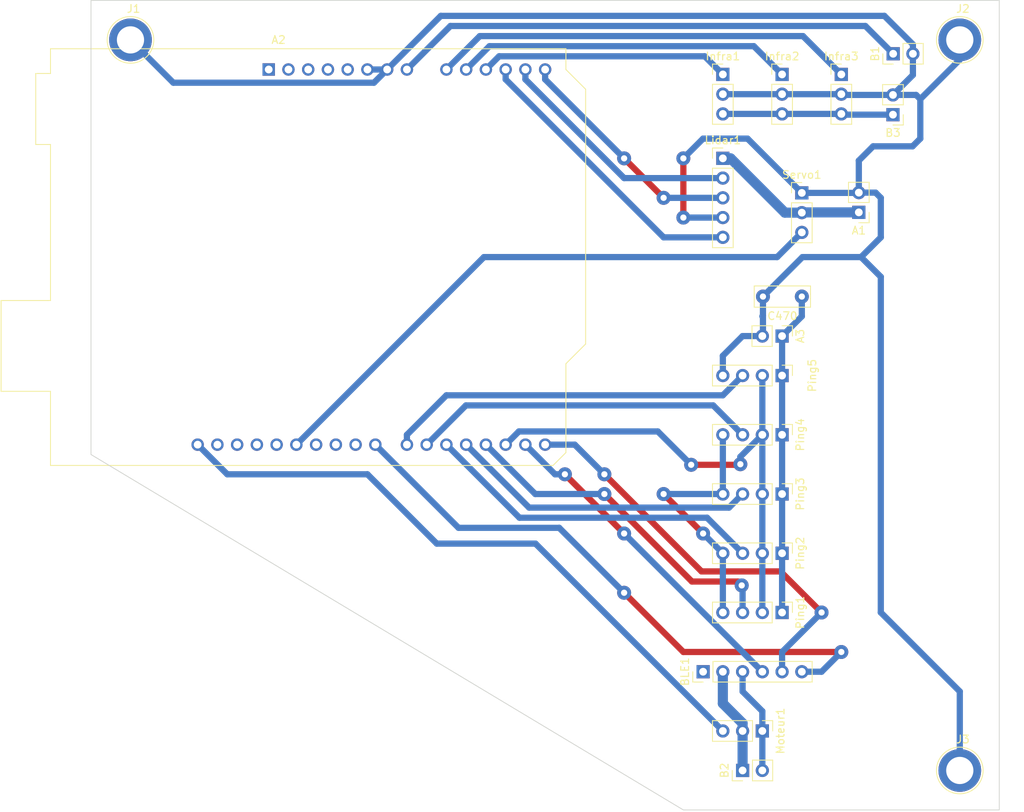
<source format=kicad_pcb>
(kicad_pcb (version 20211014) (generator pcbnew)
  (layers (0 "F.Cu" signal) (31 "B.Cu" signal) (34 "B.Paste" user) (35 "F.Paste" user) (36 "B.SilkS" user "B.Silkscreen") (37 "F.SilkS" user "F.Silkscreen") (38 "B.Mask" user) (39 "F.Mask" user) (44 "Edge.Cuts" user))
  (net 0 "")
  (net 6 "GND")
  (net 7 "/5V_Carte")
  (net 8 "/I1_PA0")
  (net 9 "/I2_PF10")
  (net 10 "/I3_PF9")
  (net 11 "/PWM_Lidar_PF8")
  (net 12 "/TX_Lidar_PF7")
  (net 13 "/RX_Lidar_PF6")
  (net 14 "/RX_BLE_PC7")
  (net 15 "/TX_BLE_PC6")
  (net 16 "/P1_PG6")
  (net 17 "/P2_PB4")
  (net 18 "/P3_PG7")
  (net 19 "/P4_PI0")
  (net 20 "/P5_PH6")
  (net 21 "/Trig_Cmd_PI_3")
  (net 22 "/STATE_BLE_PI2")
  (net 26 "/Servo_Cmd_PB14")
  (net 30 "/M_Cmd_PB8")
  (net 31 "/5V_LID{slash}SRVO")
  (net 32 "/5V_BLE{slash}MOT")
  (net 34 "/5V_PNG")
  (net 35 "/5V_INF")
  (footprint "FootprintGamelGe2:C_Rect_L7.0mm_W2.5mm_P5.00mm" (layer "F.Cu") (at 200.66 88.9 180)
    (fp_text reference "C470" (at 2.5 -2.5) (layer "F.SilkS"))
    (fp_text value "C")
    (fp_line (start -1.12 1.37) (end 6.12 1.37) (layer "F.SilkS") (width 0.12))
    (fp_line (start 6.12 -1.37) (end 6.12 1.37) (layer "F.SilkS") (width 0.12))
    (fp_line (start -1.12 -1.37) (end 6.12 -1.37) (layer "F.SilkS") (width 0.12))
    (fp_line (start -1.12 -1.37) (end -1.12 1.37) (layer "F.SilkS") (width 0.12))
    (pad "1" thru_hole circle locked (at 0 0 180) (size 1.8 1.8) (drill 0.8) (layers *.Cu *.Mask) (net 34 "/5V_PNG"))
    (pad "2" thru_hole circle locked (at 5 0 180) (size 1.8 1.8) (drill 0.8) (layers *.Cu *.Mask) (net 6 "GND"))
  )
  (footprint "Connector_PinHeader_2.54mm:PinHeader_1x02_P2.54mm_Vertical" (layer "F.Cu") (at 193.04 149.86 90)
    (fp_text reference "B2" (at 0 -2.33 90) (layer "F.SilkS"))
    (fp_text value "Conn_01x02" hide)
    (fp_line (start 1.33 1.27) (end 1.33 3.87) (layer "F.SilkS") (width 0.12))
    (fp_line (start -1.33 3.87) (end 1.33 3.87) (layer "F.SilkS") (width 0.12))
    (fp_line (start -1.33 1.27) (end 1.33 1.27) (layer "F.SilkS") (width 0.12))
    (fp_line (start -1.33 0) (end -1.33 -1.33) (layer "F.SilkS") (width 0.12))
    (fp_line (start -1.33 1.27) (end -1.33 3.87) (layer "F.SilkS") (width 0.12))
    (fp_line (start -1.33 -1.33) (end 0 -1.33) (layer "F.SilkS") (width 0.12))
    (pad "1" thru_hole rect (at 0 0 90) (size 1.7 1.7) (drill 1) (layers *.Cu *.Mask) (net 32 "/5V_BLE{slash}MOT"))
    (pad "2" thru_hole oval (at 0 2.54 90) (size 1.7 1.7) (drill 1) (layers *.Cu *.Mask) (net 6 "GND"))
  )
  (footprint "Connector_PinHeader_2.54mm:PinHeader_1x02_P2.54mm_Vertical" (layer "F.Cu") (at 198.12 93.98 -90)
    (fp_text reference "A3" (at 0 -2.33 90) (layer "F.SilkS"))
    (fp_text value "Conn_01x02" hide)
    (fp_line (start -1.33 0) (end -1.33 -1.33) (layer "F.SilkS") (width 0.12))
    (fp_line (start -1.33 1.27) (end 1.33 1.27) (layer "F.SilkS") (width 0.12))
    (fp_line (start -1.33 3.87) (end 1.33 3.87) (layer "F.SilkS") (width 0.12))
    (fp_line (start -1.33 1.27) (end -1.33 3.87) (layer "F.SilkS") (width 0.12))
    (fp_line (start 1.33 1.27) (end 1.33 3.87) (layer "F.SilkS") (width 0.12))
    (fp_line (start -1.33 -1.33) (end 0 -1.33) (layer "F.SilkS") (width 0.12))
    (pad "1" thru_hole rect (at 0 0 270) (size 1.7 1.7) (drill 1) (layers *.Cu *.Mask) (net 34 "/5V_PNG"))
    (pad "2" thru_hole oval (at 0 2.54 270) (size 1.7 1.7) (drill 1) (layers *.Cu *.Mask) (net 6 "GND"))
  )
  (footprint "Connector_PinHeader_2.54mm:PinHeader_1x04_P2.54mm_Vertical" (layer "F.Cu") (at 198.12 121.92 -90)
    (fp_text reference "Ping2" (at 0 -2.33 90) (layer "F.SilkS"))
    (fp_text value "Conn_01x04" hide)
    (fp_line (start -1.33 -1.33) (end 0 -1.33) (layer "F.SilkS") (width 0.12))
    (fp_line (start -1.33 1.27) (end -1.33 8.95) (layer "F.SilkS") (width 0.12))
    (fp_line (start -1.33 0) (end -1.33 -1.33) (layer "F.SilkS") (width 0.12))
    (fp_line (start -1.33 1.27) (end 1.33 1.27) (layer "F.SilkS") (width 0.12))
    (fp_line (start 1.33 1.27) (end 1.33 8.95) (layer "F.SilkS") (width 0.12))
    (fp_line (start -1.33 8.95) (end 1.33 8.95) (layer "F.SilkS") (width 0.12))
    (pad "1" thru_hole rect (at 0 0 270) (size 1.7 1.7) (drill 1) (layers *.Cu *.Mask) (net 34 "/5V_PNG"))
    (pad "2" thru_hole oval (at 0 2.54 270) (size 1.7 1.7) (drill 1) (layers *.Cu *.Mask) (net 21 "/Trig_Cmd_PI_3"))
    (pad "3" thru_hole oval (at 0 5.08 270) (size 1.7 1.7) (drill 1) (layers *.Cu *.Mask) (net 17 "/P2_PB4"))
    (pad "4" thru_hole oval (at 0 7.62 270) (size 1.7 1.7) (drill 1) (layers *.Cu *.Mask) (net 6 "GND"))
  )
  (footprint "Connector_PinHeader_2.54mm:PinHeader_1x03_P2.54mm_Vertical" (layer "F.Cu") (at 205.74 60.325)
    (fp_text reference locked "Infra3" (at 0 -2.33) (layer "F.SilkS"))
    (fp_text value "Conn_01x03" hide)
    (fp_line (start -1.33 6.41) (end 1.33 6.41) (layer "F.SilkS") (width 0.12))
    (fp_line (start -1.33 -1.33) (end 0 -1.33) (layer "F.SilkS") (width 0.12))
    (fp_line (start -1.33 0) (end -1.33 -1.33) (layer "F.SilkS") (width 0.12))
    (fp_line (start 1.33 1.27) (end 1.33 6.41) (layer "F.SilkS") (width 0.12))
    (fp_line (start -1.33 1.27) (end -1.33 6.41) (layer "F.SilkS") (width 0.12))
    (fp_line (start -1.33 1.27) (end 1.33 1.27) (layer "F.SilkS") (width 0.12))
    (pad "1" thru_hole rect (at 0 0) (size 1.7 1.7) (drill 1) (layers *.Cu *.Mask) (net 10 "/I3_PF9"))
    (pad "2" thru_hole oval (at 0 2.54) (size 1.7 1.7) (drill 1) (layers *.Cu *.Mask) (net 6 "GND"))
    (pad "3" thru_hole oval (at 0 5.08) (size 1.7 1.7) (drill 1) (layers *.Cu *.Mask) (net 35 "/5V_INF"))
  )
  (footprint "FootprintGamelGe2:Mouting_Screw_3mm" (layer "F.Cu") (at 114.3 55.88)
    (fp_text reference "J1" (at 0.4 -4) (layer "F.SilkS"))
    (fp_text value "Mouting_Screw_3mm")
    (fp_circle (center 0 0) (end 3 0) (layer "F.SilkS") (width 0.12) (fill none))
    (pad "1" thru_hole circle locked (at 0 0) (size 5.5 5.5) (drill 3.5) (layers *.Cu *.Mask) (net 6 "GND"))
  )
  (footprint "Connector_PinHeader_2.54mm:PinHeader_1x06_P2.54mm_Vertical" (layer "F.Cu") (at 187.96 137.16 90)
    (fp_text reference "BLE1" (at 0 -2.33 90) (layer "F.SilkS"))
    (fp_text value "Conn_01x06" hide)
    (fp_line (start -1.33 -1.33) (end 0 -1.33) (layer "F.SilkS") (width 0.12))
    (fp_line (start -1.33 1.27) (end -1.33 14.03) (layer "F.SilkS") (width 0.12))
    (fp_line (start -1.33 0) (end -1.33 -1.33) (layer "F.SilkS") (width 0.12))
    (fp_line (start -1.33 14.03) (end 1.33 14.03) (layer "F.SilkS") (width 0.12))
    (fp_line (start -1.33 1.27) (end 1.33 1.27) (layer "F.SilkS") (width 0.12))
    (fp_line (start 1.33 1.27) (end 1.33 14.03) (layer "F.SilkS") (width 0.12))
    (pad "1" thru_hole rect (at 0 0 90) (size 1.7 1.7) (drill 1) (layers *.Cu *.Mask))
    (pad "2" thru_hole oval (at 0 2.54 90) (size 1.7 1.7) (drill 1) (layers *.Cu *.Mask) (net 32 "/5V_BLE{slash}MOT"))
    (pad "3" thru_hole oval (at 0 5.08 90) (size 1.7 1.7) (drill 1) (layers *.Cu *.Mask) (net 6 "GND"))
    (pad "4" thru_hole oval (at 0 7.62 90) (size 1.7 1.7) (drill 1) (layers *.Cu *.Mask) (net 15 "/TX_BLE_PC6"))
    (pad "5" thru_hole oval (at 0 10.16 90) (size 1.7 1.7) (drill 1) (layers *.Cu *.Mask) (net 14 "/RX_BLE_PC7"))
    (pad "6" thru_hole oval (at 0 12.7 90) (size 1.7 1.7) (drill 1) (layers *.Cu *.Mask) (net 22 "/STATE_BLE_PI2"))
  )
  (footprint "Connector_PinHeader_2.54mm:PinHeader_1x04_P2.54mm_Vertical" (layer "F.Cu") (at 198.12 129.54 -90)
    (fp_text reference "Ping1" (at 0 -2.33 90) (layer "F.SilkS"))
    (fp_text value "Conn_01x04" hide)
    (fp_line (start -1.33 -1.33) (end 0 -1.33) (layer "F.SilkS") (width 0.12))
    (fp_line (start 1.33 1.27) (end 1.33 8.95) (layer "F.SilkS") (width 0.12))
    (fp_line (start -1.33 0) (end -1.33 -1.33) (layer "F.SilkS") (width 0.12))
    (fp_line (start -1.33 8.95) (end 1.33 8.95) (layer "F.SilkS") (width 0.12))
    (fp_line (start -1.33 1.27) (end -1.33 8.95) (layer "F.SilkS") (width 0.12))
    (fp_line (start -1.33 1.27) (end 1.33 1.27) (layer "F.SilkS") (width 0.12))
    (pad "1" thru_hole rect (at 0 0 270) (size 1.7 1.7) (drill 1) (layers *.Cu *.Mask) (net 34 "/5V_PNG"))
    (pad "2" thru_hole oval (at 0 2.54 270) (size 1.7 1.7) (drill 1) (layers *.Cu *.Mask) (net 21 "/Trig_Cmd_PI_3"))
    (pad "3" thru_hole oval (at 0 5.08 270) (size 1.7 1.7) (drill 1) (layers *.Cu *.Mask) (net 16 "/P1_PG6"))
    (pad "4" thru_hole oval (at 0 7.62 270) (size 1.7 1.7) (drill 1) (layers *.Cu *.Mask) (net 6 "GND"))
  )
  (footprint "Connector_PinHeader_2.54mm:PinHeader_1x02_P2.54mm_Vertical" (layer "F.Cu") (at 212.40985 57.667361 90)
    (fp_text reference "B1" (at 0 -2.33 90) (layer "F.SilkS"))
    (fp_text value "Conn_01x02" hide)
    (fp_line (start -1.33 1.27) (end 1.33 1.27) (layer "F.SilkS") (width 0.12))
    (fp_line (start -1.33 1.27) (end -1.33 3.87) (layer "F.SilkS") (width 0.12))
    (fp_line (start -1.33 0) (end -1.33 -1.33) (layer "F.SilkS") (width 0.12))
    (fp_line (start -1.33 3.87) (end 1.33 3.87) (layer "F.SilkS") (width 0.12))
    (fp_line (start -1.33 -1.33) (end 0 -1.33) (layer "F.SilkS") (width 0.12))
    (fp_line (start 1.33 1.27) (end 1.33 3.87) (layer "F.SilkS") (width 0.12))
    (pad "1" thru_hole rect (at 0 0 90) (size 1.7 1.7) (drill 1) (layers *.Cu *.Mask) (net 7 "/5V_Carte"))
    (pad "2" thru_hole oval (at 0 2.54 90) (size 1.7 1.7) (drill 1) (layers *.Cu *.Mask) (net 6 "GND"))
  )
  (footprint "Module:Arduino_UNO_R3" (layer "F.Cu") (at 132.08 59.69)
    (fp_text reference "A2" (at 1.27 -3.81 180) (layer "F.SilkS"))
    (fp_text value "Arduino_UNO_R3")
    (fp_line (start 40.77 35.31) (end 40.77 2.54) (layer "F.SilkS") (width 0.12))
    (fp_line (start -29.97 9.65) (end -28.07 9.65) (layer "F.SilkS") (width 0.12))
    (fp_line (start 38.23 49.28) (end 38.23 37.85) (layer "F.SilkS") (width 0.12))
    (fp_line (start -34.42 29.72) (end -34.42 41.4) (layer "F.SilkS") (width 0.12))
    (fp_line (start -28.07 9.65) (end -28.07 29.72) (layer "F.SilkS") (width 0.12))
    (fp_line (start 38.23 37.85) (end 40.77 35.31) (layer "F.SilkS") (width 0.12))
    (fp_line (start -34.42 41.4) (end -28.07 41.4) (layer "F.SilkS") (width 0.12))
    (fp_line (start -28.07 0.51) (end -29.97 0.51) (layer "F.SilkS") (width 0.12))
    (fp_line (start -28.07 50.93) (end 36.58 50.93) (layer "F.SilkS") (width 0.12))
    (fp_line (start -28.07 -2.67) (end -28.07 0.51) (layer "F.SilkS") (width 0.12))
    (fp_line (start 38.23 0) (end 38.23 -2.67) (layer "F.SilkS") (width 0.12))
    (fp_line (start -28.07 41.4) (end -28.07 50.93) (layer "F.SilkS") (width 0.12))
    (fp_line (start 38.23 -2.67) (end -28.07 -2.67) (layer "F.SilkS") (width 0.12))
    (fp_line (start 36.58 50.93) (end 38.23 49.28) (layer "F.SilkS") (width 0.12))
    (fp_line (start -29.97 0.51) (end -29.97 9.65) (layer "F.SilkS") (width 0.12))
    (fp_line (start 40.77 2.54) (end 38.23 0) (layer "F.SilkS") (width 0.12))
    (fp_line (start -28.07 29.72) (end -34.42 29.72) (layer "F.SilkS") (width 0.12))
    (pad "1" thru_hole rect (at 0 0 90) (size 1.6 1.6) (drill 1) (layers *.Cu *.Mask))
    (pad "2" thru_hole oval (at 2.54 0 90) (size 1.6 1.6) (drill 1) (layers *.Cu *.Mask))
    (pad "3" thru_hole oval (at 5.08 0 90) (size 1.6 1.6) (drill 1) (layers *.Cu *.Mask))
    (pad "4" thru_hole oval (at 7.62 0 90) (size 1.6 1.6) (drill 1) (layers *.Cu *.Mask))
    (pad "5" thru_hole oval (at 10.16 0 90) (size 1.6 1.6) (drill 1) (layers *.Cu *.Mask))
    (pad "6" thru_hole oval (at 12.7 0 90) (size 1.6 1.6) (drill 1) (layers *.Cu *.Mask) (net 6 "GND"))
    (pad "7" thru_hole oval (at 15.24 0 90) (size 1.6 1.6) (drill 1) (layers *.Cu *.Mask) (net 6 "GND"))
    (pad "8" thru_hole oval (at 17.78 0 90) (size 1.6 1.6) (drill 1) (layers *.Cu *.Mask) (net 7 "/5V_Carte"))
    (pad "9" thru_hole oval (at 22.86 0 90) (size 1.6 1.6) (drill 1) (layers *.Cu *.Mask) (net 10 "/I3_PF9"))
    (pad "10" thru_hole oval (at 25.4 0 90) (size 1.6 1.6) (drill 1) (layers *.Cu *.Mask) (net 9 "/I2_PF10"))
    (pad "11" thru_hole oval (at 27.94 0 90) (size 1.6 1.6) (drill 1) (layers *.Cu *.Mask) (net 8 "/I1_PA0"))
    (pad "12" thru_hole oval (at 30.48 0 90) (size 1.6 1.6) (drill 1) (layers *.Cu *.Mask) (net 11 "/PWM_Lidar_PF8"))
    (pad "13" thru_hole oval (at 33.02 0 90) (size 1.6 1.6) (drill 1) (layers *.Cu *.Mask) (net 12 "/TX_Lidar_PF7"))
    (pad "14" thru_hole oval (at 35.56 0 90) (size 1.6 1.6) (drill 1) (layers *.Cu *.Mask) (net 13 "/RX_Lidar_PF6"))
    (pad "15" thru_hole oval (at 35.56 48.26 90) (size 1.6 1.6) (drill 1) (layers *.Cu *.Mask) (net 14 "/RX_BLE_PC7"))
    (pad "16" thru_hole oval (at 33.02 48.26 90) (size 1.6 1.6) (drill 1) (layers *.Cu *.Mask) (net 15 "/TX_BLE_PC6"))
    (pad "17" thru_hole oval (at 30.48 48.26 90) (size 1.6 1.6) (drill 1) (layers *.Cu *.Mask) (net 21 "/Trig_Cmd_PI_3"))
    (pad "18" thru_hole oval (at 27.94 48.26 90) (size 1.6 1.6) (drill 1) (layers *.Cu *.Mask) (net 16 "/P1_PG6"))
    (pad "19" thru_hole oval (at 25.4 48.26 90) (size 1.6 1.6) (drill 1) (layers *.Cu *.Mask) (net 18 "/P3_PG7"))
    (pad "20" thru_hole oval (at 22.86 48.26 90) (size 1.6 1.6) (drill 1) (layers *.Cu *.Mask) (net 17 "/P2_PB4"))
    (pad "21" thru_hole oval (at 20.32 48.26 90) (size 1.6 1.6) (drill 1) (layers *.Cu *.Mask) (net 19 "/P4_PI0"))
    (pad "22" thru_hole oval (at 17.78 48.26 90) (size 1.6 1.6) (drill 1) (layers *.Cu *.Mask) (net 20 "/P5_PH6"))
    (pad "23" thru_hole oval (at 13.72 48.26 90) (size 1.6 1.6) (drill 1) (layers *.Cu *.Mask) (net 22 "/STATE_BLE_PI2"))
    (pad "24" thru_hole oval (at 11.18 48.26 90) (size 1.6 1.6) (drill 1) (layers *.Cu *.Mask))
    (pad "25" thru_hole oval (at 8.64 48.26 90) (size 1.6 1.6) (drill 1) (layers *.Cu *.Mask))
    (pad "26" thru_hole oval (at 6.1 48.26 90) (size 1.6 1.6) (drill 1) (layers *.Cu *.Mask))
    (pad "27" thru_hole oval (at 3.56 48.26 90) (size 1.6 1.6) (drill 1) (layers *.Cu *.Mask) (net 26 "/Servo_Cmd_PB14"))
    (pad "28" thru_hole oval (at 1.02 48.26 90) (size 1.6 1.6) (drill 1) (layers *.Cu *.Mask))
    (pad "29" thru_hole oval (at -1.52 48.26 90) (size 1.6 1.6) (drill 1) (layers *.Cu *.Mask))
    (pad "30" thru_hole oval (at -4.06 48.26 90) (size 1.6 1.6) (drill 1) (layers *.Cu *.Mask))
    (pad "31" thru_hole oval (at -6.6 48.26 90) (size 1.6 1.6) (drill 1) (layers *.Cu *.Mask))
    (pad "32" thru_hole oval (at -9.14 48.26 90) (size 1.6 1.6) (drill 1) (layers *.Cu *.Mask) (net 30 "/M_Cmd_PB8"))
  )
  (footprint "Connector_PinHeader_2.54mm:PinHeader_1x03_P2.54mm_Vertical" (layer "F.Cu") (at 195.58 144.78 -90)
    (fp_text reference "Moteur1" (at 0 -2.33 90) (layer "F.SilkS"))
    (fp_text value "Conn_01x03" hide)
    (fp_line (start -1.33 0) (end -1.33 -1.33) (layer "F.SilkS") (width 0.12))
    (fp_line (start -1.33 1.27) (end 1.33 1.27) (layer "F.SilkS") (width 0.12))
    (fp_line (start -1.33 -1.33) (end 0 -1.33) (layer "F.SilkS") (width 0.12))
    (fp_line (start -1.33 6.41) (end 1.33 6.41) (layer "F.SilkS") (width 0.12))
    (fp_line (start -1.33 1.27) (end -1.33 6.41) (layer "F.SilkS") (width 0.12))
    (fp_line (start 1.33 1.27) (end 1.33 6.41) (layer "F.SilkS") (width 0.12))
    (pad "1" thru_hole rect (at 0 0 270) (size 1.7 1.7) (drill 1) (layers *.Cu *.Mask) (net 6 "GND"))
    (pad "2" thru_hole oval (at 0 2.54 270) (size 1.7 1.7) (drill 1) (layers *.Cu *.Mask) (net 32 "/5V_BLE{slash}MOT"))
    (pad "3" thru_hole oval (at 0 5.08 270) (size 1.7 1.7) (drill 1) (layers *.Cu *.Mask) (net 30 "/M_Cmd_PB8"))
  )
  (footprint "FootprintGamelGe2:Mouting_Screw_3mm" (layer "F.Cu") (at 220.98 55.88)
    (fp_text reference "J2" (at 0.4 -4) (layer "F.SilkS"))
    (fp_text value "Mouting_Screw_3mm")
    (fp_circle (center 0 0) (end 3 0) (layer "F.SilkS") (width 0.12) (fill none))
    (pad "1" thru_hole circle locked (at 0 0) (size 5.5 5.5) (drill 3.5) (layers *.Cu *.Mask) (net 6 "GND"))
  )
  (footprint "Connector_PinHeader_2.54mm:PinHeader_1x02_P2.54mm_Vertical" (layer "F.Cu") (at 212.38252 65.501284 180)
    (fp_text reference "B3" (at 0 -2.33) (layer "F.SilkS"))
    (fp_text value "Conn_01x02" hide)
    (fp_line (start -1.33 0) (end -1.33 -1.33) (layer "F.SilkS") (width 0.12))
    (fp_line (start -1.33 1.27) (end -1.33 3.87) (layer "F.SilkS") (width 0.12))
    (fp_line (start -1.33 1.27) (end 1.33 1.27) (layer "F.SilkS") (width 0.12))
    (fp_line (start -1.33 -1.33) (end 0 -1.33) (layer "F.SilkS") (width 0.12))
    (fp_line (start 1.33 1.27) (end 1.33 3.87) (layer "F.SilkS") (width 0.12))
    (fp_line (start -1.33 3.87) (end 1.33 3.87) (layer "F.SilkS") (width 0.12))
    (pad "1" thru_hole rect (at 0 0 180) (size 1.7 1.7) (drill 1) (layers *.Cu *.Mask) (net 35 "/5V_INF"))
    (pad "2" thru_hole oval (at 0 2.54 180) (size 1.7 1.7) (drill 1) (layers *.Cu *.Mask) (net 6 "GND"))
  )
  (footprint "Connector_PinHeader_2.54mm:PinHeader_1x03_P2.54mm_Vertical" (layer "F.Cu") (at 200.66 75.565)
    (fp_text reference "Servo1" (at 0 -2.33) (layer "F.SilkS"))
    (fp_text value "Conn_01x03" hide)
    (fp_line (start -1.33 -1.33) (end 0 -1.33) (layer "F.SilkS") (width 0.12))
    (fp_line (start -1.33 1.27) (end 1.33 1.27) (layer "F.SilkS") (width 0.12))
    (fp_line (start 1.33 1.27) (end 1.33 6.41) (layer "F.SilkS") (width 0.12))
    (fp_line (start -1.33 0) (end -1.33 -1.33) (layer "F.SilkS") (width 0.12))
    (fp_line (start -1.33 6.41) (end 1.33 6.41) (layer "F.SilkS") (width 0.12))
    (fp_line (start -1.33 1.27) (end -1.33 6.41) (layer "F.SilkS") (width 0.12))
    (pad "1" thru_hole rect (at 0 0) (size 1.7 1.7) (drill 1) (layers *.Cu *.Mask) (net 6 "GND"))
    (pad "2" thru_hole oval (at 0 2.54) (size 1.7 1.7) (drill 1) (layers *.Cu *.Mask) (net 31 "/5V_LID{slash}SRVO"))
    (pad "3" thru_hole oval (at 0 5.08) (size 1.7 1.7) (drill 1) (layers *.Cu *.Mask) (net 26 "/Servo_Cmd_PB14"))
  )
  (footprint "Connector_PinHeader_2.54mm:PinHeader_1x03_P2.54mm_Vertical" (layer "F.Cu") (at 190.5 60.325)
    (fp_text reference "Infra1" (at 0 -2.33) (layer "F.SilkS"))
    (fp_text value "Conn_01x03" hide)
    (fp_line (start -1.33 1.27) (end 1.33 1.27) (layer "F.SilkS") (width 0.12))
    (fp_line (start -1.33 6.41) (end 1.33 6.41) (layer "F.SilkS") (width 0.12))
    (fp_line (start -1.33 1.27) (end -1.33 6.41) (layer "F.SilkS") (width 0.12))
    (fp_line (start -1.33 0) (end -1.33 -1.33) (layer "F.SilkS") (width 0.12))
    (fp_line (start 1.33 1.27) (end 1.33 6.41) (layer "F.SilkS") (width 0.12))
    (fp_line (start -1.33 -1.33) (end 0 -1.33) (layer "F.SilkS") (width 0.12))
    (pad "1" thru_hole rect (at 0 0) (size 1.7 1.7) (drill 1) (layers *.Cu *.Mask) (net 8 "/I1_PA0"))
    (pad "2" thru_hole oval (at 0 2.54) (size 1.7 1.7) (drill 1) (layers *.Cu *.Mask) (net 6 "GND"))
    (pad "3" thru_hole oval (at 0 5.08) (size 1.7 1.7) (drill 1) (layers *.Cu *.Mask) (net 35 "/5V_INF"))
  )
  (footprint "FootprintGamelGe2:Mouting_Screw_3mm" (layer "F.Cu") (at 220.98 149.86)
    (fp_text reference "J3" (at 0.4 -4) (layer "F.SilkS"))
    (fp_text value "Mouting_Screw_3mm")
    (fp_circle (center 0 0) (end 3 0) (layer "F.SilkS") (width 0.12) (fill none))
    (pad "1" thru_hole circle locked (at 0 0) (size 5.5 5.5) (drill 3.5) (layers *.Cu *.Mask) (net 6 "GND"))
  )
  (footprint "Connector_PinHeader_2.54mm:PinHeader_1x04_P2.54mm_Vertical" (layer "F.Cu") (at 198.12 99.06 -90)
    (fp_text reference "Ping5" (at 0 -3.875693 90) (layer "F.SilkS"))
    (fp_text value "Conn_01x04" hide)
    (fp_line (start -1.33 0) (end -1.33 -1.33) (layer "F.SilkS") (width 0.12))
    (fp_line (start -1.33 1.27) (end 1.33 1.27) (layer "F.SilkS") (width 0.12))
    (fp_line (start -1.33 -1.33) (end 0 -1.33) (layer "F.SilkS") (width 0.12))
    (fp_line (start -1.33 8.95) (end 1.33 8.95) (layer "F.SilkS") (width 0.12))
    (fp_line (start 1.33 1.27) (end 1.33 8.95) (layer "F.SilkS") (width 0.12))
    (fp_line (start -1.33 1.27) (end -1.33 8.95) (layer "F.SilkS") (width 0.12))
    (pad "1" thru_hole rect (at 0 0 270) (size 1.7 1.7) (drill 1) (layers *.Cu *.Mask) (net 34 "/5V_PNG"))
    (pad "2" thru_hole oval (at 0 2.54 270) (size 1.7 1.7) (drill 1) (layers *.Cu *.Mask) (net 21 "/Trig_Cmd_PI_3"))
    (pad "3" thru_hole oval (at 0 5.08 270) (size 1.7 1.7) (drill 1) (layers *.Cu *.Mask) (net 20 "/P5_PH6"))
    (pad "4" thru_hole oval (at 0 7.62 270) (size 1.7 1.7) (drill 1) (layers *.Cu *.Mask) (net 6 "GND"))
  )
  (footprint "Connector_PinHeader_2.54mm:PinHeader_1x03_P2.54mm_Vertical" (layer "F.Cu") (at 198.12 60.325)
    (fp_text reference "Infra2" (at 0 -2.33) (layer "F.SilkS"))
    (fp_text value "Conn_01x03" hide)
    (fp_line (start -1.33 6.41) (end 1.33 6.41) (layer "F.SilkS") (width 0.12))
    (fp_line (start 1.33 1.27) (end 1.33 6.41) (layer "F.SilkS") (width 0.12))
    (fp_line (start -1.33 0) (end -1.33 -1.33) (layer "F.SilkS") (width 0.12))
    (fp_line (start -1.33 -1.33) (end 0 -1.33) (layer "F.SilkS") (width 0.12))
    (fp_line (start -1.33 1.27) (end 1.33 1.27) (layer "F.SilkS") (width 0.12))
    (fp_line (start -1.33 1.27) (end -1.33 6.41) (layer "F.SilkS") (width 0.12))
    (pad "1" thru_hole rect (at 0 0) (size 1.7 1.7) (drill 1) (layers *.Cu *.Mask) (net 9 "/I2_PF10"))
    (pad "2" thru_hole oval (at 0 2.54) (size 1.7 1.7) (drill 1) (layers *.Cu *.Mask) (net 6 "GND"))
    (pad "3" thru_hole oval (at 0 5.08) (size 1.7 1.7) (drill 1) (layers *.Cu *.Mask) (net 35 "/5V_INF"))
  )
  (footprint "Connector_PinHeader_2.54mm:PinHeader_1x04_P2.54mm_Vertical" (layer "F.Cu") (at 198.12 106.68 -90)
    (fp_text reference "Ping4" (at 0 -2.33 90) (layer "F.SilkS"))
    (fp_text value "Conn_01x04" hide)
    (fp_line (start -1.33 0) (end -1.33 -1.33) (layer "F.SilkS") (width 0.12))
    (fp_line (start -1.33 -1.33) (end 0 -1.33) (layer "F.SilkS") (width 0.12))
    (fp_line (start -1.33 1.27) (end -1.33 8.95) (layer "F.SilkS") (width 0.12))
    (fp_line (start -1.33 8.95) (end 1.33 8.95) (layer "F.SilkS") (width 0.12))
    (fp_line (start 1.33 1.27) (end 1.33 8.95) (layer "F.SilkS") (width 0.12))
    (fp_line (start -1.33 1.27) (end 1.33 1.27) (layer "F.SilkS") (width 0.12))
    (pad "1" thru_hole rect (at 0 0 270) (size 1.7 1.7) (drill 1) (layers *.Cu *.Mask) (net 34 "/5V_PNG"))
    (pad "2" thru_hole oval (at 0 2.54 270) (size 1.7 1.7) (drill 1) (layers *.Cu *.Mask) (net 21 "/Trig_Cmd_PI_3"))
    (pad "3" thru_hole oval (at 0 5.08 270) (size 1.7 1.7) (drill 1) (layers *.Cu *.Mask) (net 19 "/P4_PI0"))
    (pad "4" thru_hole oval (at 0 7.62 270) (size 1.7 1.7) (drill 1) (layers *.Cu *.Mask) (net 6 "GND"))
  )
  (footprint "Connector_PinHeader_2.54mm:PinHeader_1x04_P2.54mm_Vertical" (layer "F.Cu") (at 198.12 114.3 -90)
    (fp_text reference "Ping3" (at 0 -2.33 90) (layer "F.SilkS"))
    (fp_text value "Conn_01x04" hide)
    (fp_line (start -1.33 0) (end -1.33 -1.33) (layer "F.SilkS") (width 0.12))
    (fp_line (start -1.33 1.27) (end -1.33 8.95) (layer "F.SilkS") (width 0.12))
    (fp_line (start -1.33 -1.33) (end 0 -1.33) (layer "F.SilkS") (width 0.12))
    (fp_line (start 1.33 1.27) (end 1.33 8.95) (layer "F.SilkS") (width 0.12))
    (fp_line (start -1.33 8.95) (end 1.33 8.95) (layer "F.SilkS") (width 0.12))
    (fp_line (start -1.33 1.27) (end 1.33 1.27) (layer "F.SilkS") (width 0.12))
    (pad "1" thru_hole rect (at 0 0 270) (size 1.7 1.7) (drill 1) (layers *.Cu *.Mask) (net 34 "/5V_PNG"))
    (pad "2" thru_hole oval (at 0 2.54 270) (size 1.7 1.7) (drill 1) (layers *.Cu *.Mask) (net 21 "/Trig_Cmd_PI_3"))
    (pad "3" thru_hole oval (at 0 5.08 270) (size 1.7 1.7) (drill 1) (layers *.Cu *.Mask) (net 18 "/P3_PG7"))
    (pad "4" thru_hole oval (at 0 7.62 270) (size 1.7 1.7) (drill 1) (layers *.Cu *.Mask) (net 6 "GND"))
  )
  (footprint "Connector_PinHeader_2.54mm:PinHeader_1x02_P2.54mm_Vertical" (layer "F.Cu") (at 207.99113 78.070643 180)
    (fp_text reference "A1" (at 0 -2.33) (layer "F.SilkS"))
    (fp_text value "Conn_01x02" hide)
    (fp_line (start -1.33 -1.33) (end 0 -1.33) (layer "F.SilkS") (width 0.12))
    (fp_line (start -1.33 3.87) (end 1.33 3.87) (layer "F.SilkS") (width 0.12))
    (fp_line (start -1.33 0) (end -1.33 -1.33) (layer "F.SilkS") (width 0.12))
    (fp_line (start 1.33 1.27) (end 1.33 3.87) (layer "F.SilkS") (width 0.12))
    (fp_line (start -1.33 1.27) (end -1.33 3.87) (layer "F.SilkS") (width 0.12))
    (fp_line (start -1.33 1.27) (end 1.33 1.27) (layer "F.SilkS") (width 0.12))
    (pad "1" thru_hole rect (at 0 0 180) (size 1.7 1.7) (drill 1) (layers *.Cu *.Mask) (net 31 "/5V_LID{slash}SRVO"))
    (pad "2" thru_hole oval (at 0 2.54 180) (size 1.7 1.7) (drill 1) (layers *.Cu *.Mask) (net 6 "GND"))
  )
  (footprint "Connector_PinHeader_2.54mm:PinHeader_1x05_P2.54mm_Vertical" (layer "F.Cu") (at 190.5 71.12)
    (fp_text reference "Lidar1" (at 0 -2.33) (layer "F.SilkS"))
    (fp_text value "Conn_01x05" hide)
    (fp_line (start -1.33 1.27) (end 1.33 1.27) (layer "F.SilkS") (width 0.12))
    (fp_line (start -1.33 0) (end -1.33 -1.33) (layer "F.SilkS") (width 0.12))
    (fp_line (start -1.33 -1.33) (end 0 -1.33) (layer "F.SilkS") (width 0.12))
    (fp_line (start -1.33 11.49) (end 1.33 11.49) (layer "F.SilkS") (width 0.12))
    (fp_line (start 1.33 1.27) (end 1.33 11.49) (layer "F.SilkS") (width 0.12))
    (fp_line (start -1.33 1.27) (end -1.33 11.49) (layer "F.SilkS") (width 0.12))
    (pad "1" thru_hole rect (at 0 0) (size 1.7 1.7) (drill 1) (layers *.Cu *.Mask) (net 31 "/5V_LID{slash}SRVO"))
    (pad "2" thru_hole oval (at 0 2.54) (size 1.7 1.7) (drill 1) (layers *.Cu *.Mask) (net 12 "/TX_Lidar_PF7"))
    (pad "3" thru_hole oval (at 0 5.08) (size 1.7 1.7) (drill 1) (layers *.Cu *.Mask) (net 13 "/RX_Lidar_PF6"))
    (pad "4" thru_hole oval (at 0 7.62) (size 1.7 1.7) (drill 1) (layers *.Cu *.Mask) (net 6 "GND"))
    (pad "5" thru_hole oval (at 0 10.16) (size 1.7 1.7) (drill 1) (layers *.Cu *.Mask) (net 11 "/PWM_Lidar_PF8"))
  )
  (gr_poly (pts (xy 226.06 154.94) (xy 185.42 154.94) (xy 109.22 109.22) (xy 109.22 50.8) (xy 226.06 50.8)) (layer "Edge.Cuts") (width 0.1) (fill none))
  (segment (start 187.96 119.38) (end 182.88 114.3) (width 0.8) (layer "F.Cu") (net 6))
  (segment (start 185.42 71.12) (end 185.42 78.74) (width 0.8) (layer "F.Cu") (net 6))
  (via (at 185.42 78.74) (size 1.8) (drill 0.8) (layers "F.Cu" "B.Cu") (net 6))
  (via (at 182.88 114.3) (size 1.8) (drill 0.8) (layers "F.Cu" "B.Cu") (net 6))
  (via (at 187.96 119.38) (size 1.8) (drill 0.8) (layers "F.Cu" "B.Cu") (net 6))
  (via (at 185.42 71.12) (size 1.8) (drill 0.8) (layers "F.Cu" "B.Cu") (net 6))
  (segment (start 205.836284 62.961284) (end 205.74 62.865) (width 0.8) (layer "B.Cu") (net 6))
  (segment (start 208.28 83.82) (end 210.82 86.36) (width 0.8) (layer "B.Cu") (net 6))
  (segment (start 214.94985 60.393954) (end 212.38252 62.961284) (width 0.8) (layer "B.Cu") (net 6))
  (segment (start 205.74 62.865) (end 198.12 62.865) (width 0.8) (layer "B.Cu") (net 6))
  (segment (start 200.66 75.565) (end 207.956773 75.565) (width 0.8) (layer "B.Cu") (net 6))
  (segment (start 210.82 129.54) (end 220.98 139.7) (width 0.8) (layer "B.Cu") (net 6))
  (segment (start 187.96 68.58) (end 185.42 71.12) (width 0.8) (layer "B.Cu") (net 6))
  (segment (start 195.66 93.9) (end 195.58 93.98) (width 0.8) (layer "B.Cu") (net 6))
  (segment (start 211.276981 52.792411) (end 154.217589 52.792411) (width 0.8) (layer "B.Cu") (net 6))
  (segment (start 190.5 129.54) (end 190.5 121.92) (width 0.8) (layer "B.Cu") (net 6))
  (segment (start 207.99113 75.530643) (end 210.150643 75.530643) (width 0.8) (layer "B.Cu") (net 6))
  (segment (start 215.9 63.5) (end 215.9 68.58) (width 0.8) (layer "B.Cu") (net 6))
  (segment (start 212.38252 62.961284) (end 205.836284 62.961284) (width 0.8) (layer "B.Cu") (net 6))
  (segment (start 210.150643 75.530643) (end 210.82 76.2) (width 0.8) (layer "B.Cu") (net 6))
  (segment (start 214.94985 57.667361) (end 214.94985 60.393954) (width 0.8) (layer "B.Cu") (net 6))
  (segment (start 195.66 91.36) (end 195.58 91.44) (width 0.8) (layer "B.Cu") (net 6))
  (segment (start 182.88 114.3) (end 190.5 114.3) (width 0.8) (layer "B.Cu") (net 6))
  (segment (start 210.82 86.36) (end 210.82 129.54) (width 0.8) (layer "B.Cu") (net 6))
  (segment (start 210.82 81.28) (end 208.28 83.82) (width 0.8) (layer "B.Cu") (net 6))
  (segment (start 190.5 96.52) (end 193.04 93.98) (width 0.8) (layer "B.Cu") (net 6))
  (segment (start 193.675 68.58) (end 187.96 68.58) (width 0.8) (layer "B.Cu") (net 6))
  (segment (start 220.98 58.42) (end 215.9 63.5) (width 0.8) (layer "B.Cu") (net 6))
  (segment (start 190.5 62.865) (end 198.12 62.865) (width 0.8) (layer "B.Cu") (net 6))
  (segment (start 209.827596 69.572404) (end 207.99113 71.40887) (width 0.8) (layer "B.Cu") (net 6))
  (segment (start 145.620489 61.389511) (end 119.809511 61.389511) (width 0.8) (layer "B.Cu") (net 6))
  (segment (start 220.98 139.7) (end 220.98 149.86) (width 0.8) (layer "B.Cu") (net 6))
  (segment (start 147.32 59.69) (end 145.620489 61.389511) (width 0.8) (layer "B.Cu") (net 6))
  (segment (start 154.217589 52.792411) (end 147.32 59.69) (width 0.8) (layer "B.Cu") (net 6))
  (segment (start 190.5 121.92) (end 187.96 119.38) (width 0.8) (layer "B.Cu") (net 6))
  (segment (start 212.38252 62.961284) (end 215.361284 62.961284) (width 0.8) (layer "B.Cu") (net 6))
  (segment (start 210.82 76.2) (end 210.82 81.28) (width 0.8) (layer "B.Cu") (net 6))
  (segment (start 193.04 139.7) (end 195.58 142.24) (width 0.8) (layer "B.Cu") (net 6))
  (segment (start 200.66 75.565) (end 193.675 68.58) (width 0.8) (layer "B.Cu") (net 6))
  (segment (start 193.04 93.98) (end 195.58 93.98) (width 0.8) (layer "B.Cu") (net 6))
  (segment (start 185.42 78.74) (end 190.5 78.74) (width 0.8) (layer "B.Cu") (net 6))
  (segment (start 207.99113 71.40887) (end 207.99113 75.530643) (width 0.8) (layer "B.Cu") (net 6))
  (segment (start 193.04 137.16) (end 193.04 139.7) (width 0.8) (layer "B.Cu") (net 6))
  (segment (start 215.361284 62.961284) (end 215.9 63.5) (width 0.8) (layer "B.Cu") (net 6))
  (segment (start 207.956773 75.565) (end 207.99113 75.530643) (width 0.8) (layer "B.Cu") (net 6))
  (segment (start 214.94985 56.46528) (end 211.276981 52.792411) (width 0.8) (layer "B.Cu") (net 6))
  (segment (start 147.32 59.69) (end 144.78 59.69) (width 0.8) (layer "B.Cu") (net 6))
  (segment (start 200.74 83.82) (end 195.66 88.9) (width 0.8) (layer "B.Cu") (net 6))
  (segment (start 208.28 83.82) (end 200.74 83.82) (width 0.8) (layer "B.Cu") (net 6))
  (segment (start 195.58 142.24) (end 195.58 144.78) (width 0.8) (layer "B.Cu") (net 6))
  (segment (start 195.66 88.9) (end 195.66 93.9) (width 0.8) (layer "B.Cu") (net 6))
  (segment (start 190.5 114.3) (end 190.5 106.68) (width 0.8) (layer "B.Cu") (net 6))
  (segment (start 119.809511 61.389511) (end 114.3 55.88) (width 0.8) (layer "B.Cu") (net 6))
  (segment (start 190.5 96.52) (end 190.5 99.06) (width 0.8) (layer "B.Cu") (net 6))
  (segment (start 220.98 55.88) (end 220.98 58.42) (width 0.8) (layer "B.Cu") (net 6))
  (segment (start 195.58 149.86) (end 195.58 144.78) (width 0.8) (layer "B.Cu") (net 6))
  (segment (start 214.907596 69.572404) (end 209.827596 69.572404) (width 0.8) (layer "B.Cu") (net 6))
  (segment (start 215.9 68.58) (end 214.907596 69.572404) (width 0.8) (layer "B.Cu") (net 6))
  (segment (start 214.94985 57.667361) (end 214.94985 56.46528) (width 0.8) (layer "B.Cu") (net 6))
  (segment (start 212.40985 57.667361) (end 208.83442 54.091931) (width 0.8) (layer "B.Cu") (net 7))
  (segment (start 155.458069 54.091931) (end 149.86 59.69) (width 0.8) (layer "B.Cu") (net 7))
  (segment (start 208.83442 54.091931) (end 155.458069 54.091931) (width 0.8) (layer "B.Cu") (net 7))
  (segment (start 188.165489 57.990489) (end 161.719511 57.990489) (width 0.8) (layer "B.Cu") (net 8))
  (segment (start 161.719511 57.990489) (end 160.02 59.69) (width 0.8) (layer "B.Cu") (net 8))
  (segment (start 190.5 60.325) (end 188.165489 57.990489) (width 0.8) (layer "B.Cu") (net 8))
  (segment (start 194.48597 56.69097) (end 160.47903 56.69097) (width 0.8) (layer "B.Cu") (net 9))
  (segment (start 198.12 60.325) (end 194.48597 56.69097) (width 0.8) (layer "B.Cu") (net 9))
  (segment (start 160.47903 56.69097) (end 157.48 59.69) (width 0.8) (layer "B.Cu") (net 9))
  (segment (start 200.80645 55.39145) (end 159.23855 55.39145) (width 0.8) (layer "B.Cu") (net 10))
  (segment (start 205.74 60.325) (end 200.80645 55.39145) (width 0.8) (layer "B.Cu") (net 10))
  (segment (start 159.23855 55.39145) (end 154.94 59.69) (width 0.8) (layer "B.Cu") (net 10))
  (segment (start 182.88 81.28) (end 162.56 60.96) (width 0.8) (layer "B.Cu") (net 11))
  (segment (start 162.56 60.96) (end 162.56 59.69) (width 0.8) (layer "B.Cu") (net 11))
  (segment (start 190.5 81.28) (end 182.88 81.28) (width 0.8) (layer "B.Cu") (net 11))
  (segment (start 165.1 59.69) (end 165.1 60.96) (width 0.8) (layer "B.Cu") (net 12))
  (segment (start 177.8 73.66) (end 190.5 73.66) (width 0.8) (layer "B.Cu") (net 12))
  (segment (start 165.1 60.96) (end 177.8 73.66) (width 0.8) (layer "B.Cu") (net 12))
  (segment (start 182.88 76.2) (end 177.8 71.12) (width 0.8) (layer "F.Cu") (net 13))
  (via (at 177.8 71.12) (size 1.8) (drill 0.8) (layers "F.Cu" "B.Cu") (net 13))
  (via (at 182.88 76.2) (size 1.8) (drill 0.8) (layers "F.Cu" "B.Cu") (net 13))
  (segment (start 177.8 71.12) (end 167.64 60.96) (width 0.8) (layer "B.Cu") (net 13))
  (segment (start 167.64 60.96) (end 167.64 59.69) (width 0.8) (layer "B.Cu") (net 13))
  (segment (start 190.5 76.2) (end 182.88 76.2) (width 0.8) (layer "B.Cu") (net 13))
  (segment (start 187.756647 124.256647) (end 175.26 111.76) (width 0.8) (layer "F.Cu") (net 14))
  (segment (start 197.916647 124.256647) (end 187.756647 124.256647) (width 0.8) (layer "F.Cu") (net 14))
  (segment (start 203.2 129.54) (end 197.916647 124.256647) (width 0.8) (layer "F.Cu") (net 14))
  (via (at 203.2 129.54) (size 1.8) (drill 0.8) (layers "F.Cu" "B.Cu") (net 14))
  (via (at 175.26 111.76) (size 1.8) (drill 0.8) (layers "F.Cu" "B.Cu") (net 14))
  (segment (start 175.26 111.76) (end 171.45 107.95) (width 0.8) (layer "B.Cu") (net 14))
  (segment (start 198.12 137.16) (end 198.12 134.62) (width 0.8) (layer "B.Cu") (net 14))
  (segment (start 198.12 134.62) (end 203.2 129.54) (width 0.8) (layer "B.Cu") (net 14))
  (segment (start 171.45 107.95) (end 167.64 107.95) (width 0.8) (layer "B.Cu") (net 14))
  (segment (start 177.8 119.38) (end 170.18 111.76) (width 0.8) (layer "F.Cu") (net 15))
  (via (at 177.8 119.38) (size 1.8) (drill 0.8) (layers "F.Cu" "B.Cu") (net 15))
  (via (at 170.18 111.76) (size 1.8) (drill 0.8) (layers "F.Cu" "B.Cu") (net 15))
  (segment (start 195.58 137.16) (end 177.8 119.38) (width 0.8) (layer "B.Cu") (net 15))
  (segment (start 170.18 111.76) (end 168.91 111.76) (width 0.8) (layer "B.Cu") (net 15))
  (segment (start 168.91 111.76) (end 165.1 107.95) (width 0.8) (layer "B.Cu") (net 15))
  (segment (start 192.428116 125.556167) (end 186.521061 125.556167) (width 0.8) (layer "F.Cu") (net 16))
  (segment (start 175.264894 114.3) (end 175.26 114.3) (width 0.8) (layer "F.Cu") (net 16))
  (segment (start 186.521061 125.556167) (end 175.264894 114.3) (width 0.8) (layer "F.Cu") (net 16))
  (segment (start 192.928096 126.056147) (end 192.428116 125.556167) (width 0.8) (layer "F.Cu") (net 16))
  (via (at 175.26 114.3) (size 1.8) (drill 0.8) (layers "F.Cu" "B.Cu") (net 16))
  (via (at 192.928096 126.056147) (size 1.8) (drill 0.8) (layers "F.Cu" "B.Cu") (net 16))
  (segment (start 192.928096 126.056147) (end 193.04 126.168051) (width 0.8) (layer "B.Cu") (net 16))
  (segment (start 175.26 114.3) (end 166.37 114.3) (width 0.8) (layer "B.Cu") (net 16))
  (segment (start 193.04 126.168051) (end 193.04 129.54) (width 0.8) (layer "B.Cu") (net 16))
  (segment (start 166.37 114.3) (end 160.02 107.95) (width 0.8) (layer "B.Cu") (net 16))
  (segment (start 193.04 121.92) (end 188.469031 117.349031) (width 0.8) (layer "B.Cu") (net 17))
  (segment (start 188.469031 117.349031) (end 164.339031 117.349031) (width 0.8) (layer "B.Cu") (net 17))
  (segment (start 164.339031 117.349031) (end 154.94 107.95) (width 0.8) (layer "B.Cu") (net 17))
  (segment (start 191.290489 116.049511) (end 165.579511 116.049511) (width 0.8) (layer "B.Cu") (net 18))
  (segment (start 165.579511 116.049511) (end 157.48 107.95) (width 0.8) (layer "B.Cu") (net 18))
  (segment (start 193.04 114.3) (end 191.290489 116.049511) (width 0.8) (layer "B.Cu") (net 18))
  (segment (start 193.04 106.68) (end 189.25952 102.89952) (width 0.8) (layer "B.Cu") (net 19))
  (segment (start 157.45048 102.89952) (end 152.4 107.95) (width 0.8) (layer "B.Cu") (net 19))
  (segment (start 189.25952 102.89952) (end 157.45048 102.89952) (width 0.8) (layer "B.Cu") (net 19))
  (segment (start 190.5 101.6) (end 154.94 101.6) (width 0.8) (layer "B.Cu") (net 20))
  (segment (start 193.04 99.06) (end 190.5 101.6) (width 0.8) (layer "B.Cu") (net 20))
  (segment (start 154.94 101.6) (end 149.86 106.68) (width 0.8) (layer "B.Cu") (net 20))
  (segment (start 149.86 106.68) (end 149.86 107.95) (width 0.8) (layer "B.Cu") (net 20))
  (segment (start 186.425068 110.541009) (end 192.677217 110.541009) (width 0.8) (layer "F.Cu") (net 21))
  (segment (start 192.677217 110.541009) (end 192.751647 110.466579) (width 0.8) (layer "F.Cu") (net 21))
  (via (at 192.751647 110.466579) (size 1.8) (drill 0.8) (layers "F.Cu" "B.Cu") (net 21))
  (via (at 186.425068 110.541009) (size 1.8) (drill 0.8) (layers "F.Cu" "B.Cu") (net 21))
  (segment (start 192.751647 109.508353) (end 195.58 106.68) (width 0.8) (layer "B.Cu") (net 21))
  (segment (start 162.56 107.95) (end 164.259511 106.250489) (width 0.8) (layer "B.Cu") (net 21))
  (segment (start 182.134548 106.250489) (end 186.425068 110.541009) (width 0.8) (layer "B.Cu") (net 21))
  (segment (start 192.751647 110.466579) (end 192.751647 109.508353) (width 0.8) (layer "B.Cu") (net 21))
  (segment (start 164.259511 106.250489) (end 182.134548 106.250489) (width 0.8) (layer "B.Cu") (net 21))
  (segment (start 195.58 99.06) (end 195.58 129.54) (width 0.8) (layer "B.Cu") (net 21))
  (segment (start 205.74 134.62) (end 185.42 134.62) (width 0.8) (layer "F.Cu") (net 22))
  (segment (start 185.42 134.62) (end 177.8 127) (width 0.8) (layer "F.Cu") (net 22))
  (via (at 205.74 134.62) (size 1.8) (drill 0.8) (layers "F.Cu" "B.Cu") (net 22))
  (via (at 177.8 127) (size 1.8) (drill 0.8) (layers "F.Cu" "B.Cu") (net 22))
  (segment (start 169.448551 118.648551) (end 156.498551 118.648551) (width 0.8) (layer "B.Cu") (net 22))
  (segment (start 203.2 137.16) (end 205.74 134.62) (width 0.8) (layer "B.Cu") (net 22))
  (segment (start 177.8 127) (end 169.448551 118.648551) (width 0.8) (layer "B.Cu") (net 22))
  (segment (start 156.498551 118.648551) (end 145.8 107.95) (width 0.8) (layer "B.Cu") (net 22))
  (segment (start 200.66 137.16) (end 203.2 137.16) (width 0.8) (layer "B.Cu") (net 22))
  (segment (start 197.485 83.82) (end 159.77 83.82) (width 0.8) (layer "B.Cu") (net 26))
  (segment (start 200.66 80.645) (end 197.485 83.82) (width 0.8) (layer "B.Cu") (net 26))
  (segment (start 159.77 83.82) (end 135.64 107.95) (width 0.8) (layer "B.Cu") (net 26))
  (segment (start 144.78 111.76) (end 126.75 111.76) (width 0.8) (layer "B.Cu") (net 30))
  (segment (start 153.69952 120.67952) (end 144.78 111.76) (width 0.8) (layer "B.Cu") (net 30))
  (segment (start 166.39952 120.67952) (end 153.69952 120.67952) (width 0.8) (layer "B.Cu") (net 30))
  (segment (start 126.75 111.76) (end 122.94 107.95) (width 0.8) (layer "B.Cu") (net 30))
  (segment (start 190.5 144.78) (end 166.39952 120.67952) (width 0.8) (layer "B.Cu") (net 30))
  (segment (start 191.494843 71.12) (end 198.479843 78.105) (width 1.3) (layer "B.Cu") (net 31))
  (segment (start 200.694357 78.070643) (end 200.66 78.105) (width 1.3) (layer "B.Cu") (net 31))
  (segment (start 207.99113 78.070643) (end 200.694357 78.070643) (width 1.3) (layer "B.Cu") (net 31))
  (segment (start 190.5 71.12) (end 191.494843 71.12) (width 1.3) (layer "B.Cu") (net 31))
  (segment (start 198.479843 78.105) (end 200.66 78.105) (width 1.3) (layer "B.Cu") (net 31))
  (segment (start 193.04 149.86) (end 193.04 144.78) (width 1.3) (layer "B.Cu") (net 32))
  (segment (start 190.5 137.16) (end 190.5 141.245157) (width 1.3) (layer "B.Cu") (net 32))
  (segment (start 190.5 141.245157) (end 193.04 143.785157) (width 1.3) (layer "B.Cu") (net 32))
  (segment (start 193.04 143.785157) (end 193.04 144.78) (width 1.3) (layer "B.Cu") (net 32))
  (segment (start 200.66 91.44) (end 198.12 93.98) (width 0.8) (layer "B.Cu") (net 34))
  (segment (start 198.12 93.98) (end 198.12 99.06) (width 0.8) (layer "B.Cu") (net 34))
  (segment (start 198.12 114.3) (end 198.12 121.92) (width 0.8) (layer "B.Cu") (net 34))
  (segment (start 200.66 88.9) (end 200.66 91.44) (width 0.8) (layer "B.Cu") (net 34))
  (segment (start 198.12 99.06) (end 198.12 106.68) (width 0.8) (layer "B.Cu") (net 34))
  (segment (start 198.12 106.68) (end 198.12 114.3) (width 0.8) (layer "B.Cu") (net 34))
  (segment (start 198.12 121.92) (end 198.12 129.54) (width 0.8) (layer "B.Cu") (net 34))
  (segment (start 212.38252 65.501284) (end 205.836284 65.501284) (width 0.8) (layer "B.Cu") (net 35))
  (segment (start 205.836284 65.501284) (end 205.74 65.405) (width 0.8) (layer "B.Cu") (net 35))
  (segment (start 190.5 65.405) (end 198.12 65.405) (width 0.8) (layer "B.Cu") (net 35))
  (segment (start 205.74 65.405) (end 198.12 65.405) (width 0.8) (layer "B.Cu") (net 35))
)
</source>
